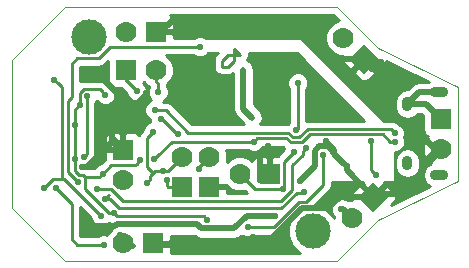
<source format=gbl>
G04 #@! TF.FileFunction,Copper,L2,Bot,Signal*
%FSLAX46Y46*%
G04 Gerber Fmt 4.6, Leading zero omitted, Abs format (unit mm)*
G04 Created by KiCad (PCBNEW 4.0.4+e1-6308~48~ubuntu16.04.1-stable) date Tue Sep 13 21:39:42 2016*
%MOMM*%
%LPD*%
G01*
G04 APERTURE LIST*
%ADD10C,0.150000*%
%ADD11C,0.100000*%
%ADD12C,3.000000*%
%ADD13O,1.560000X0.900000*%
%ADD14O,0.850000X1.250000*%
%ADD15R,1.778000X1.778000*%
%ADD16C,1.778000*%
%ADD17C,0.558800*%
%ADD18C,0.228600*%
%ADD19C,0.508000*%
%ADD20C,0.254000*%
G04 APERTURE END LIST*
D10*
D11*
X72944000Y-70676000D02*
X49944000Y-70676000D01*
X72944000Y-49176000D02*
X49944000Y-49176000D01*
X49944000Y-70676000D02*
X45444000Y-66176000D01*
X45444000Y-53676000D02*
X49944000Y-49176000D01*
X83194000Y-63926000D02*
X76444000Y-67176000D01*
X83194000Y-55926000D02*
X83194000Y-63926000D01*
X76444000Y-52676000D02*
X83194000Y-55926000D01*
X45444000Y-53676000D02*
X45444000Y-66176000D01*
X72944000Y-49176000D02*
X76444000Y-52676000D01*
X72944000Y-70676000D02*
X76444000Y-67176000D01*
D12*
X51944000Y-51676000D03*
X70944000Y-68176000D03*
D13*
X81640680Y-56403360D03*
X81640680Y-63403360D03*
D14*
X78940680Y-57403360D03*
X78940680Y-62403360D03*
D15*
X57391300Y-69189600D03*
D16*
X54851300Y-69189600D03*
D10*
G36*
X76541702Y-53582706D02*
X75284466Y-54839942D01*
X74027230Y-53582706D01*
X75284466Y-52325470D01*
X76541702Y-53582706D01*
X76541702Y-53582706D01*
G37*
D16*
X73488414Y-51786654D03*
D10*
G36*
X76056626Y-63978718D02*
X77313862Y-65235954D01*
X76056626Y-66493190D01*
X74799390Y-65235954D01*
X76056626Y-63978718D01*
X76056626Y-63978718D01*
G37*
D16*
X74260574Y-67032006D03*
D15*
X57617360Y-51280060D03*
D16*
X55077360Y-51280060D03*
D15*
X81780380Y-58661300D03*
D16*
X81780380Y-61201300D03*
D15*
X59822080Y-64432180D03*
D16*
X59822080Y-61892180D03*
D15*
X62181740Y-64391540D03*
D16*
X62181740Y-61851540D03*
D15*
X55123080Y-54503320D03*
D16*
X57663080Y-54503320D03*
D15*
X67276980Y-63279020D03*
D16*
X64736980Y-63279020D03*
D15*
X54823360Y-61244481D03*
D16*
X54823360Y-63784481D03*
D17*
X71653400Y-55938420D03*
X67695649Y-66837100D03*
X62181740Y-64391540D03*
X60610371Y-54907909D03*
X64494788Y-58643541D03*
X67149866Y-60955200D03*
X52562760Y-54531260D03*
X51894740Y-67724020D03*
X66479420Y-63774420D03*
X63358619Y-57749783D03*
X51391820Y-62755780D03*
X53929280Y-59700160D03*
X56837580Y-56451500D03*
X59339131Y-57061637D03*
X61239400Y-57764680D03*
X58216000Y-63023941D03*
X57421213Y-59752831D03*
X56896000Y-64030860D03*
X58597810Y-63850094D03*
X68428562Y-64592737D03*
X64700571Y-62959594D03*
X69311520Y-61440060D03*
X69812466Y-63913535D03*
X76710959Y-53832341D03*
X57883447Y-69300505D03*
X73785411Y-62642982D03*
X72038840Y-60552577D03*
X77355700Y-58707020D03*
X65872360Y-68640960D03*
X68308220Y-50667920D03*
X57619900Y-50772060D03*
X56314709Y-62144507D03*
X50787985Y-62074283D03*
X50819226Y-59198679D03*
X54087418Y-66637558D03*
X61964438Y-67174566D03*
X53142167Y-63273936D03*
X53373442Y-56584687D03*
X51199433Y-57443514D03*
X55185460Y-50794920D03*
X57507918Y-62019152D03*
X65930780Y-60558662D03*
X77859085Y-60558662D03*
X57552255Y-57894778D03*
X77853540Y-59801760D03*
X49044598Y-55359178D03*
X48148240Y-64495680D03*
X53025040Y-66862960D03*
X55179280Y-63616840D03*
X51073762Y-64015939D03*
X61357521Y-52534820D03*
X70340803Y-61104056D03*
X69518828Y-59616632D03*
X69650288Y-55596468D03*
X52664322Y-64620140D03*
X70191022Y-64857594D03*
X53375560Y-65423116D03*
X59475648Y-59938920D03*
X58044080Y-58653680D03*
X61297820Y-62898020D03*
X51571734Y-61852079D03*
X51806493Y-56727234D03*
X76282658Y-63395583D03*
X75835567Y-60545959D03*
X54619033Y-68492158D03*
X73530460Y-52019200D03*
X73322571Y-66230011D03*
X53279040Y-69311520D03*
X49152154Y-64482728D03*
X71812389Y-61695965D03*
X65478660Y-67792600D03*
X57850539Y-56367691D03*
X56006989Y-56253436D03*
D18*
X64795400Y-53192680D02*
X64287400Y-52684680D01*
X63779400Y-53192680D02*
X64795400Y-53192680D01*
X63271400Y-53700680D02*
X63779400Y-53192680D01*
X63271400Y-54208680D02*
X63271400Y-53700680D01*
X63779400Y-54208680D02*
X63271400Y-54208680D01*
X64287400Y-53700680D02*
X63779400Y-54208680D01*
X64287400Y-52684680D02*
X64287400Y-53700680D01*
D19*
X65049400Y-54462680D02*
X65049400Y-57764680D01*
X65049400Y-57764680D02*
X65811400Y-58526680D01*
X71399400Y-55986680D02*
X71605140Y-55986680D01*
X71605140Y-55986680D02*
X71653400Y-55938420D01*
X51894740Y-67724020D02*
X54185852Y-67724020D01*
X67300518Y-66837100D02*
X67695649Y-66837100D01*
X65343990Y-66837100D02*
X67300518Y-66837100D01*
X54185852Y-67724020D02*
X54389077Y-67520795D01*
X64269923Y-67911167D02*
X65343990Y-66837100D01*
X61497642Y-67911167D02*
X64269923Y-67911167D01*
X54389077Y-67520795D02*
X61107270Y-67520795D01*
X61107270Y-67520795D02*
X61497642Y-67911167D01*
X51786951Y-62755780D02*
X51391820Y-62755780D01*
X53929280Y-60299600D02*
X53929280Y-60613451D01*
X53929280Y-60613451D02*
X51786951Y-62755780D01*
X53929280Y-59700160D02*
X53929280Y-60299600D01*
X54823360Y-61244481D02*
X54823360Y-61193680D01*
X54823360Y-61193680D02*
X53929280Y-60299600D01*
X59339131Y-57061637D02*
X60610371Y-55790397D01*
X60610371Y-55303040D02*
X60610371Y-54907909D01*
X60610371Y-55790397D02*
X60610371Y-55303040D01*
X66479420Y-63774420D02*
X66781580Y-63774420D01*
X66781580Y-63774420D02*
X67276980Y-63279020D01*
X63358619Y-57749783D02*
X64252377Y-58643541D01*
X66479420Y-61625646D02*
X66870467Y-61234599D01*
X66479420Y-63774420D02*
X66479420Y-61625646D01*
X64252377Y-58643541D02*
X64494788Y-58643541D01*
X66870467Y-61234599D02*
X67149866Y-60955200D01*
X54330600Y-56464200D02*
X52562760Y-54696360D01*
X52562760Y-54696360D02*
X52562760Y-54531260D01*
X54330600Y-57240840D02*
X54330600Y-56464200D01*
X53929280Y-59700160D02*
X53929280Y-57642160D01*
X53929280Y-57642160D02*
X54330600Y-57240840D01*
X53929280Y-59458907D02*
X56768990Y-56619197D01*
X56768990Y-56619197D02*
X56768990Y-56520090D01*
X56768990Y-56520090D02*
X56837580Y-56451500D01*
X59734262Y-57061637D02*
X59339131Y-57061637D01*
X60002957Y-57061637D02*
X59734262Y-57061637D01*
X61239400Y-57764680D02*
X60002957Y-57061637D01*
X78940680Y-57403360D02*
X79940680Y-56403360D01*
X79940680Y-56403360D02*
X81640680Y-56403360D01*
X81780380Y-58661300D02*
X80522440Y-57403360D01*
X80522440Y-57403360D02*
X78940680Y-57403360D01*
D18*
X57427948Y-63196614D02*
X57600621Y-63023941D01*
X57427948Y-63196614D02*
X56916088Y-62684754D01*
X56916088Y-60257956D02*
X57141814Y-60032230D01*
X58690319Y-63023941D02*
X58611131Y-63023941D01*
X56916088Y-62684754D02*
X56916088Y-60257956D01*
X57820869Y-63023941D02*
X58216000Y-63023941D01*
X59822080Y-61892180D02*
X58690319Y-63023941D01*
X57141814Y-60032230D02*
X57421213Y-59752831D01*
X58611131Y-63023941D02*
X58216000Y-63023941D01*
X57600621Y-63023941D02*
X57820869Y-63023941D01*
X56896000Y-64030860D02*
X57175399Y-63751461D01*
X57175399Y-63751461D02*
X57175399Y-63449163D01*
X57175399Y-63449163D02*
X57427948Y-63196614D01*
X58597810Y-64245225D02*
X58597810Y-63850094D01*
X58597810Y-64325510D02*
X58597810Y-64245225D01*
X59822080Y-64432180D02*
X58704480Y-64432180D01*
X58704480Y-64432180D02*
X58597810Y-64325510D01*
X68486368Y-64534931D02*
X68428562Y-64592737D01*
X69311520Y-61440060D02*
X68486368Y-62265212D01*
X68033431Y-64592737D02*
X68428562Y-64592737D01*
X68486368Y-62265212D02*
X68486368Y-64534931D01*
X64736980Y-63279020D02*
X66050697Y-64592737D01*
X66050697Y-64592737D02*
X68033431Y-64592737D01*
D19*
X70091865Y-63634136D02*
X69812466Y-63913535D01*
X71088487Y-61348491D02*
X71088488Y-62637513D01*
X72748098Y-61503560D02*
X72216601Y-60972063D01*
X71088488Y-62637513D02*
X70091865Y-63634136D01*
X71464915Y-60972063D02*
X71088487Y-61348491D01*
X72216601Y-60972063D02*
X71464915Y-60972063D01*
X57619900Y-50772060D02*
X57619900Y-51277520D01*
X57619900Y-51277520D02*
X57617360Y-51280060D01*
X76710959Y-53832341D02*
X75534101Y-53832341D01*
X75534101Y-53832341D02*
X75284466Y-53582706D01*
X65576882Y-69300505D02*
X66922837Y-69300505D01*
X66922837Y-69300505D02*
X70004543Y-66218799D01*
X70004543Y-66218799D02*
X72243613Y-66218799D01*
X72243613Y-66218799D02*
X73226458Y-65235954D01*
X73226458Y-65235954D02*
X76056626Y-65235954D01*
X57883447Y-69300505D02*
X65576882Y-69300505D01*
X65576882Y-69300505D02*
X65576882Y-68936438D01*
X65576882Y-68936438D02*
X65872360Y-68640960D01*
X73506012Y-62363583D02*
X73785411Y-62642982D01*
X72748098Y-61503560D02*
X72748098Y-61605669D01*
X72748098Y-61605669D02*
X73506012Y-62363583D01*
X76056626Y-65235954D02*
X73785411Y-62964739D01*
X73785411Y-62964739D02*
X73785411Y-62642982D01*
X72318239Y-60831976D02*
X72038840Y-60552577D01*
X72748098Y-61503560D02*
X72748098Y-61261835D01*
X72748098Y-61261835D02*
X72318239Y-60831976D01*
X78496160Y-59192160D02*
X77624940Y-58320940D01*
X77624940Y-58320940D02*
X77358240Y-58054240D01*
X77355700Y-58707020D02*
X77635099Y-58427621D01*
X77635099Y-58331099D02*
X77624940Y-58320940D01*
X77635099Y-58427621D02*
X77635099Y-58331099D01*
X57619900Y-50772060D02*
X58597800Y-50772060D01*
X59066262Y-50303598D02*
X69465358Y-50303598D01*
X58597800Y-50772060D02*
X59066262Y-50303598D01*
X69465358Y-50303598D02*
X69504560Y-50342800D01*
X69504560Y-50342800D02*
X72744466Y-53582706D01*
X68308220Y-50667920D02*
X68587619Y-50388521D01*
X68587619Y-50388521D02*
X69458839Y-50388521D01*
X69458839Y-50388521D02*
X69504560Y-50342800D01*
X72744466Y-53582706D02*
X75284466Y-53582706D01*
X75895200Y-54193440D02*
X75895200Y-54381736D01*
X75895200Y-54381736D02*
X75839488Y-54437448D01*
X75895200Y-54193440D02*
X75284466Y-53582706D01*
X75895200Y-54193440D02*
X76829920Y-54193440D01*
X79268320Y-59192160D02*
X78496160Y-59192160D01*
X77358240Y-58054240D02*
X77358240Y-54721760D01*
X77358240Y-54721760D02*
X76829920Y-54193440D01*
X79268320Y-59192160D02*
X81277460Y-61201300D01*
X75895200Y-54193440D02*
X75284466Y-53582706D01*
X75699788Y-65257512D02*
X75721346Y-65235954D01*
X75721346Y-65235954D02*
X76056626Y-65235954D01*
X76288900Y-65003680D02*
X78699360Y-65003680D01*
X80182720Y-63520320D02*
X78699360Y-65003680D01*
X80182720Y-62524640D02*
X80182720Y-63520320D01*
X80182720Y-62524640D02*
X81506060Y-61201300D01*
X76288900Y-65003680D02*
X76056626Y-65235954D01*
X81780380Y-61201300D02*
X81277460Y-61201300D01*
X81780380Y-61201300D02*
X81506060Y-61201300D01*
D18*
X56035310Y-62423906D02*
X56314709Y-62144507D01*
X55876156Y-62583060D02*
X56035310Y-62423906D01*
X53833043Y-62583060D02*
X55876156Y-62583060D01*
X53142167Y-63273936D02*
X53833043Y-62583060D01*
X54345027Y-66895167D02*
X54093620Y-66643760D01*
X61964438Y-67174566D02*
X61685039Y-66895167D01*
X54093620Y-66643760D02*
X54087418Y-66637558D01*
X61685039Y-66895167D02*
X54345027Y-66895167D01*
X51665583Y-64610854D02*
X53692287Y-66637558D01*
X51630580Y-63553335D02*
X51665583Y-63588338D01*
X51665583Y-63588338D02*
X51665583Y-64610854D01*
X53692287Y-66637558D02*
X54087418Y-66637558D01*
X51630580Y-63553335D02*
X51440066Y-63362821D01*
X50787985Y-63021493D02*
X50787985Y-62469414D01*
X50787985Y-62469414D02*
X50787985Y-62074283D01*
X50819226Y-62043042D02*
X50787985Y-62074283D01*
X51440066Y-63362821D02*
X51129313Y-63362821D01*
X50819226Y-59198679D02*
X50819226Y-62043042D01*
X51129313Y-63362821D02*
X50787985Y-63021493D01*
X50819226Y-58803548D02*
X50819226Y-59198679D01*
X50819226Y-57823721D02*
X50819226Y-58803548D01*
X51199433Y-57443514D02*
X50819226Y-57823721D01*
X52862768Y-63553335D02*
X53142167Y-63273936D01*
X51630580Y-63553335D02*
X52862768Y-63553335D01*
X53094043Y-56305288D02*
X53373442Y-56584687D01*
X52924167Y-56135412D02*
X53094043Y-56305288D01*
X51522417Y-56135412D02*
X52924167Y-56135412D01*
X51199433Y-56458396D02*
X51522417Y-56135412D01*
X51199433Y-57443514D02*
X51199433Y-56458396D01*
D19*
X55185460Y-50794920D02*
X55185460Y-51171960D01*
X55185460Y-51171960D02*
X55077360Y-51280060D01*
X55185460Y-50794920D02*
X55102760Y-50794920D01*
X55102760Y-50794920D02*
X55079900Y-50772060D01*
D18*
X57787317Y-61739753D02*
X57507918Y-62019152D01*
X58968408Y-60558662D02*
X57787317Y-61739753D01*
X65930780Y-60558662D02*
X58968408Y-60558662D01*
X65930780Y-60558662D02*
X66210179Y-60279263D01*
X70659171Y-59955675D02*
X75549955Y-59955675D01*
X68702073Y-60279263D02*
X69057995Y-60635185D01*
X69057995Y-60635185D02*
X69979661Y-60635185D01*
X75549955Y-59955675D02*
X75551492Y-59954138D01*
X66210179Y-60279263D02*
X68702073Y-60279263D01*
X77463954Y-60558662D02*
X77859085Y-60558662D01*
X69979661Y-60635185D02*
X70659171Y-59955675D01*
X75551492Y-59954138D02*
X76859430Y-59954138D01*
X76859430Y-59954138D02*
X77463954Y-60558662D01*
X77574141Y-59522361D02*
X70488997Y-59522361D01*
X69802904Y-60208454D02*
X69252899Y-60208454D01*
X57947386Y-57894778D02*
X57552255Y-57894778D01*
X58464884Y-57894778D02*
X57947386Y-57894778D01*
X60371866Y-59801760D02*
X58464884Y-57894778D01*
X68846205Y-59801760D02*
X60371866Y-59801760D01*
X69252899Y-60208454D02*
X68846205Y-59801760D01*
X70488997Y-59522361D02*
X69802904Y-60208454D01*
X77853540Y-59801760D02*
X77574141Y-59522361D01*
X49662080Y-55976660D02*
X49323997Y-55638577D01*
X49662080Y-63738760D02*
X49662080Y-55976660D01*
X49323997Y-55638577D02*
X49044598Y-55359178D01*
X49900840Y-63738760D02*
X49662080Y-63738760D01*
X49662080Y-63738760D02*
X48905160Y-63738760D01*
X48905160Y-63738760D02*
X48148240Y-64495680D01*
X53025040Y-66862960D02*
X49900840Y-63738760D01*
X53767564Y-52534820D02*
X52789664Y-53512720D01*
X50794363Y-63736540D02*
X51073762Y-64015939D01*
X52789664Y-53512720D02*
X51003200Y-53512720D01*
X50195701Y-57124614D02*
X50195701Y-63137878D01*
X50195701Y-63137878D02*
X50794363Y-63736540D01*
X50530513Y-56789802D02*
X50195701Y-57124614D01*
X50530513Y-53985407D02*
X50530513Y-56789802D01*
X61357521Y-52534820D02*
X53767564Y-52534820D01*
X51003200Y-53512720D02*
X50530513Y-53985407D01*
X52664322Y-64620140D02*
X53880915Y-64620140D01*
X54894376Y-65633601D02*
X68225891Y-65633601D01*
X53880915Y-64620140D02*
X54894376Y-65633601D01*
X68225891Y-65633601D02*
X69193803Y-64665689D01*
X69193803Y-64665689D02*
X69193803Y-62586407D01*
X69193803Y-62586407D02*
X70061404Y-61718806D01*
X70061404Y-61718806D02*
X70061404Y-61383455D01*
X70061404Y-61383455D02*
X70340803Y-61104056D01*
X69650288Y-59485172D02*
X69518828Y-59616632D01*
X69650288Y-55596468D02*
X69650288Y-59485172D01*
X53375560Y-65423116D02*
X53770691Y-65423116D01*
X70166847Y-64881769D02*
X70191022Y-64857594D01*
X53770691Y-65423116D02*
X54564604Y-66217029D01*
X69584689Y-64881769D02*
X70166847Y-64881769D01*
X54564604Y-66217029D02*
X68249429Y-66217029D01*
X68249429Y-66217029D02*
X69584689Y-64881769D01*
X53375560Y-65423116D02*
X53702142Y-65096534D01*
X58154848Y-58653680D02*
X59475648Y-59974480D01*
X58044080Y-58653680D02*
X58154848Y-58653680D01*
X61297820Y-62898020D02*
X61297820Y-62735460D01*
X61297820Y-62735460D02*
X62181740Y-61851540D01*
X51806493Y-61617320D02*
X51571734Y-61852079D01*
X51806493Y-56727234D02*
X51806493Y-61617320D01*
X75835567Y-60545959D02*
X75835567Y-62948492D01*
X75835567Y-62948492D02*
X76003259Y-63116184D01*
X76003259Y-63116184D02*
X76282658Y-63395583D01*
D19*
X55685840Y-69418200D02*
X55118000Y-69418200D01*
D18*
X55460900Y-69039740D02*
X55460900Y-69456300D01*
D19*
X73530460Y-52019200D02*
X73488414Y-51977154D01*
X73488414Y-51977154D02*
X73488414Y-51786654D01*
X73322571Y-66230011D02*
X73458579Y-66230011D01*
X73458579Y-66230011D02*
X74260574Y-67032006D01*
D18*
X50530760Y-68834000D02*
X51008280Y-69311520D01*
X51008280Y-69311520D02*
X53279040Y-69311520D01*
X49431553Y-64762127D02*
X49152154Y-64482728D01*
X50530760Y-65861334D02*
X49431553Y-64762127D01*
X50530760Y-68834000D02*
X50530760Y-65861334D01*
X69759576Y-65647288D02*
X70370057Y-65647288D01*
X67614264Y-67792600D02*
X69759576Y-65647288D01*
X71812389Y-62091096D02*
X71812389Y-61695965D01*
X70370057Y-65647288D02*
X71812389Y-64204956D01*
X65478660Y-67792600D02*
X67614264Y-67792600D01*
X71812389Y-64204956D02*
X71812389Y-62091096D01*
X57617360Y-55412640D02*
X57678320Y-55473600D01*
X57678320Y-55473600D02*
X57850539Y-55645819D01*
X57663080Y-54503320D02*
X57663080Y-55458360D01*
X57663080Y-55458360D02*
X57678320Y-55473600D01*
X57850539Y-55645819D02*
X57850539Y-55972560D01*
X57850539Y-55972560D02*
X57850539Y-56367691D01*
X56006989Y-56253436D02*
X55166193Y-55412640D01*
X55166193Y-55412640D02*
X55077360Y-55412640D01*
X55077360Y-55412640D02*
X55077360Y-54549040D01*
X55077360Y-54549040D02*
X55123080Y-54503320D01*
D20*
G36*
X68834767Y-67754534D02*
X68834034Y-68593784D01*
X69154525Y-69369432D01*
X69747447Y-69963389D01*
X69875112Y-70016400D01*
X58915300Y-70016400D01*
X58915300Y-69475350D01*
X58756550Y-69316600D01*
X57518300Y-69316600D01*
X57518300Y-69336600D01*
X57264300Y-69336600D01*
X57264300Y-69316600D01*
X57244300Y-69316600D01*
X57244300Y-69062600D01*
X57264300Y-69062600D01*
X57264300Y-69042600D01*
X57518300Y-69042600D01*
X57518300Y-69062600D01*
X58756550Y-69062600D01*
X58915300Y-68903850D01*
X58915300Y-68559680D01*
X60943639Y-68559680D01*
X61167156Y-68709029D01*
X61221987Y-68719936D01*
X61497642Y-68774767D01*
X64269923Y-68774767D01*
X64600408Y-68709029D01*
X64823925Y-68559680D01*
X65007807Y-68559680D01*
X65301051Y-68681446D01*
X65654717Y-68681754D01*
X65981580Y-68546697D01*
X66011830Y-68516500D01*
X67614259Y-68516500D01*
X67614264Y-68516501D01*
X67845327Y-68470539D01*
X67891289Y-68461396D01*
X68126139Y-68304475D01*
X68947450Y-67483164D01*
X68834767Y-67754534D01*
X68834767Y-67754534D01*
G37*
X68834767Y-67754534D02*
X68834034Y-68593784D01*
X69154525Y-69369432D01*
X69747447Y-69963389D01*
X69875112Y-70016400D01*
X58915300Y-70016400D01*
X58915300Y-69475350D01*
X58756550Y-69316600D01*
X57518300Y-69316600D01*
X57518300Y-69336600D01*
X57264300Y-69336600D01*
X57264300Y-69316600D01*
X57244300Y-69316600D01*
X57244300Y-69062600D01*
X57264300Y-69062600D01*
X57264300Y-69042600D01*
X57518300Y-69042600D01*
X57518300Y-69062600D01*
X58756550Y-69062600D01*
X58915300Y-68903850D01*
X58915300Y-68559680D01*
X60943639Y-68559680D01*
X61167156Y-68709029D01*
X61221987Y-68719936D01*
X61497642Y-68774767D01*
X64269923Y-68774767D01*
X64600408Y-68709029D01*
X64823925Y-68559680D01*
X65007807Y-68559680D01*
X65301051Y-68681446D01*
X65654717Y-68681754D01*
X65981580Y-68546697D01*
X66011830Y-68516500D01*
X67614259Y-68516500D01*
X67614264Y-68516501D01*
X67845327Y-68470539D01*
X67891289Y-68461396D01*
X68126139Y-68304475D01*
X68947450Y-67483164D01*
X68834767Y-67754534D01*
G36*
X73143052Y-50307868D02*
X72640634Y-50515462D01*
X72218704Y-50936657D01*
X71990075Y-51487256D01*
X71989555Y-52083436D01*
X72217222Y-52634434D01*
X72638417Y-53056364D01*
X73189016Y-53284993D01*
X73463129Y-53285232D01*
X73392230Y-53456397D01*
X73392231Y-53709016D01*
X73488903Y-53942405D01*
X74004780Y-54458281D01*
X74229286Y-54458281D01*
X75104861Y-53582706D01*
X75090719Y-53568564D01*
X75270324Y-53388959D01*
X75284466Y-53403101D01*
X75298609Y-53388959D01*
X75478214Y-53568564D01*
X75464071Y-53582706D01*
X76339646Y-54458281D01*
X76564152Y-54458281D01*
X76901401Y-54121033D01*
X77080029Y-53942404D01*
X77158799Y-53752237D01*
X80774866Y-55493306D01*
X80705342Y-55539760D01*
X79940680Y-55539760D01*
X79610195Y-55605498D01*
X79330023Y-55792702D01*
X78971935Y-56150790D01*
X78940680Y-56144573D01*
X78544756Y-56223327D01*
X78209107Y-56447600D01*
X77984834Y-56783249D01*
X77906080Y-57179173D01*
X77906080Y-57627547D01*
X77984834Y-58023471D01*
X78209107Y-58359120D01*
X78544756Y-58583393D01*
X78940680Y-58662147D01*
X79336604Y-58583393D01*
X79672253Y-58359120D01*
X79733832Y-58266960D01*
X80164726Y-58266960D01*
X80269838Y-58372072D01*
X80269838Y-59550300D01*
X80312345Y-59776204D01*
X80445854Y-59983683D01*
X80649565Y-60122873D01*
X80662267Y-60125445D01*
X80593592Y-60194120D01*
X80708182Y-60308710D01*
X80452841Y-60393767D01*
X80244864Y-60963265D01*
X80270657Y-61569000D01*
X80452841Y-62008833D01*
X80708184Y-62093891D01*
X81600775Y-61201300D01*
X81586633Y-61187158D01*
X81766238Y-61007553D01*
X81780380Y-61021695D01*
X81794523Y-61007553D01*
X81974128Y-61187158D01*
X81959985Y-61201300D01*
X81974128Y-61215443D01*
X81794523Y-61395048D01*
X81780380Y-61380905D01*
X80887789Y-62273496D01*
X80934328Y-62413206D01*
X80877965Y-62424417D01*
X80534206Y-62654110D01*
X80304513Y-62997869D01*
X80223856Y-63403360D01*
X80304513Y-63808851D01*
X80534206Y-64152610D01*
X80814251Y-64339731D01*
X77523838Y-65924004D01*
X77852189Y-65595653D01*
X77948861Y-65362264D01*
X77948862Y-65109645D01*
X77852189Y-64876256D01*
X77673561Y-64697627D01*
X77336312Y-64360379D01*
X77111806Y-64360379D01*
X76236231Y-65235954D01*
X76250374Y-65250097D01*
X76070769Y-65429702D01*
X76056626Y-65415559D01*
X76042484Y-65429702D01*
X75862879Y-65250097D01*
X75877021Y-65235954D01*
X75001446Y-64360379D01*
X74776940Y-64360379D01*
X74261063Y-64876255D01*
X74164391Y-65109644D01*
X74164390Y-65362263D01*
X74235271Y-65533384D01*
X73963792Y-65533147D01*
X73949226Y-65539166D01*
X73789064Y-65432149D01*
X73655137Y-65405509D01*
X73500180Y-65341165D01*
X73146514Y-65340857D01*
X72819651Y-65475914D01*
X72569353Y-65725775D01*
X72433725Y-66052402D01*
X72433417Y-66406068D01*
X72568474Y-66732931D01*
X72762066Y-66926861D01*
X72761957Y-67051499D01*
X72733475Y-66982568D01*
X72140553Y-66388611D01*
X71365466Y-66066767D01*
X70974669Y-66066426D01*
X72324261Y-64716833D01*
X72324264Y-64716831D01*
X72481185Y-64481981D01*
X72536289Y-64204956D01*
X72536289Y-63987680D01*
X75181051Y-63987680D01*
X75181051Y-64180774D01*
X76056626Y-65056349D01*
X76932201Y-64180774D01*
X76932201Y-64003313D01*
X76947861Y-63987680D01*
X77749400Y-63987680D01*
X77798810Y-63977674D01*
X77840435Y-63949233D01*
X77867715Y-63906839D01*
X77876400Y-63860680D01*
X77876400Y-62179173D01*
X77906080Y-62179173D01*
X77906080Y-62627547D01*
X77984834Y-63023471D01*
X78209107Y-63359120D01*
X78544756Y-63583393D01*
X78940680Y-63662147D01*
X79336604Y-63583393D01*
X79672253Y-63359120D01*
X79896526Y-63023471D01*
X79975280Y-62627547D01*
X79975280Y-62179173D01*
X79896526Y-61783249D01*
X79672253Y-61447600D01*
X79336604Y-61223327D01*
X78940680Y-61144573D01*
X78544756Y-61223327D01*
X78209107Y-61447600D01*
X77984834Y-61783249D01*
X77906080Y-62179173D01*
X77876400Y-62179173D01*
X77876400Y-61447678D01*
X78035142Y-61447816D01*
X78362005Y-61312759D01*
X78612303Y-61062898D01*
X78747931Y-60736271D01*
X78748239Y-60382605D01*
X78661807Y-60173424D01*
X78742386Y-59979369D01*
X78742694Y-59625703D01*
X78607637Y-59298840D01*
X78357776Y-59048542D01*
X78031149Y-58912914D01*
X77939870Y-58912835D01*
X77851166Y-58853565D01*
X77805204Y-58844422D01*
X77574141Y-58798460D01*
X77574136Y-58798461D01*
X76930787Y-58798461D01*
X72770212Y-54637886D01*
X74408891Y-54637886D01*
X74408891Y-54862392D01*
X74924767Y-55378269D01*
X75158156Y-55474941D01*
X75410775Y-55474942D01*
X75644164Y-55378269D01*
X75822793Y-55199641D01*
X76160041Y-54862392D01*
X76160041Y-54637886D01*
X75284466Y-53762311D01*
X74408891Y-54637886D01*
X72770212Y-54637886D01*
X69965203Y-51832877D01*
X69923189Y-51805014D01*
X69875400Y-51795680D01*
X61875810Y-51795680D01*
X61861757Y-51781602D01*
X61535130Y-51645974D01*
X61181464Y-51645666D01*
X60854601Y-51780723D01*
X60839618Y-51795680D01*
X59141360Y-51795680D01*
X59141360Y-51565810D01*
X58982610Y-51407060D01*
X57744360Y-51407060D01*
X57744360Y-51427060D01*
X57490360Y-51427060D01*
X57490360Y-51407060D01*
X57470360Y-51407060D01*
X57470360Y-51153060D01*
X57490360Y-51153060D01*
X57490360Y-51133060D01*
X57744360Y-51133060D01*
X57744360Y-51153060D01*
X58982610Y-51153060D01*
X59141360Y-50994310D01*
X59141360Y-50264750D01*
X59044687Y-50031361D01*
X58866058Y-49852733D01*
X58824695Y-49835600D01*
X72670784Y-49835600D01*
X73143052Y-50307868D01*
X73143052Y-50307868D01*
G37*
X73143052Y-50307868D02*
X72640634Y-50515462D01*
X72218704Y-50936657D01*
X71990075Y-51487256D01*
X71989555Y-52083436D01*
X72217222Y-52634434D01*
X72638417Y-53056364D01*
X73189016Y-53284993D01*
X73463129Y-53285232D01*
X73392230Y-53456397D01*
X73392231Y-53709016D01*
X73488903Y-53942405D01*
X74004780Y-54458281D01*
X74229286Y-54458281D01*
X75104861Y-53582706D01*
X75090719Y-53568564D01*
X75270324Y-53388959D01*
X75284466Y-53403101D01*
X75298609Y-53388959D01*
X75478214Y-53568564D01*
X75464071Y-53582706D01*
X76339646Y-54458281D01*
X76564152Y-54458281D01*
X76901401Y-54121033D01*
X77080029Y-53942404D01*
X77158799Y-53752237D01*
X80774866Y-55493306D01*
X80705342Y-55539760D01*
X79940680Y-55539760D01*
X79610195Y-55605498D01*
X79330023Y-55792702D01*
X78971935Y-56150790D01*
X78940680Y-56144573D01*
X78544756Y-56223327D01*
X78209107Y-56447600D01*
X77984834Y-56783249D01*
X77906080Y-57179173D01*
X77906080Y-57627547D01*
X77984834Y-58023471D01*
X78209107Y-58359120D01*
X78544756Y-58583393D01*
X78940680Y-58662147D01*
X79336604Y-58583393D01*
X79672253Y-58359120D01*
X79733832Y-58266960D01*
X80164726Y-58266960D01*
X80269838Y-58372072D01*
X80269838Y-59550300D01*
X80312345Y-59776204D01*
X80445854Y-59983683D01*
X80649565Y-60122873D01*
X80662267Y-60125445D01*
X80593592Y-60194120D01*
X80708182Y-60308710D01*
X80452841Y-60393767D01*
X80244864Y-60963265D01*
X80270657Y-61569000D01*
X80452841Y-62008833D01*
X80708184Y-62093891D01*
X81600775Y-61201300D01*
X81586633Y-61187158D01*
X81766238Y-61007553D01*
X81780380Y-61021695D01*
X81794523Y-61007553D01*
X81974128Y-61187158D01*
X81959985Y-61201300D01*
X81974128Y-61215443D01*
X81794523Y-61395048D01*
X81780380Y-61380905D01*
X80887789Y-62273496D01*
X80934328Y-62413206D01*
X80877965Y-62424417D01*
X80534206Y-62654110D01*
X80304513Y-62997869D01*
X80223856Y-63403360D01*
X80304513Y-63808851D01*
X80534206Y-64152610D01*
X80814251Y-64339731D01*
X77523838Y-65924004D01*
X77852189Y-65595653D01*
X77948861Y-65362264D01*
X77948862Y-65109645D01*
X77852189Y-64876256D01*
X77673561Y-64697627D01*
X77336312Y-64360379D01*
X77111806Y-64360379D01*
X76236231Y-65235954D01*
X76250374Y-65250097D01*
X76070769Y-65429702D01*
X76056626Y-65415559D01*
X76042484Y-65429702D01*
X75862879Y-65250097D01*
X75877021Y-65235954D01*
X75001446Y-64360379D01*
X74776940Y-64360379D01*
X74261063Y-64876255D01*
X74164391Y-65109644D01*
X74164390Y-65362263D01*
X74235271Y-65533384D01*
X73963792Y-65533147D01*
X73949226Y-65539166D01*
X73789064Y-65432149D01*
X73655137Y-65405509D01*
X73500180Y-65341165D01*
X73146514Y-65340857D01*
X72819651Y-65475914D01*
X72569353Y-65725775D01*
X72433725Y-66052402D01*
X72433417Y-66406068D01*
X72568474Y-66732931D01*
X72762066Y-66926861D01*
X72761957Y-67051499D01*
X72733475Y-66982568D01*
X72140553Y-66388611D01*
X71365466Y-66066767D01*
X70974669Y-66066426D01*
X72324261Y-64716833D01*
X72324264Y-64716831D01*
X72481185Y-64481981D01*
X72536289Y-64204956D01*
X72536289Y-63987680D01*
X75181051Y-63987680D01*
X75181051Y-64180774D01*
X76056626Y-65056349D01*
X76932201Y-64180774D01*
X76932201Y-64003313D01*
X76947861Y-63987680D01*
X77749400Y-63987680D01*
X77798810Y-63977674D01*
X77840435Y-63949233D01*
X77867715Y-63906839D01*
X77876400Y-63860680D01*
X77876400Y-62179173D01*
X77906080Y-62179173D01*
X77906080Y-62627547D01*
X77984834Y-63023471D01*
X78209107Y-63359120D01*
X78544756Y-63583393D01*
X78940680Y-63662147D01*
X79336604Y-63583393D01*
X79672253Y-63359120D01*
X79896526Y-63023471D01*
X79975280Y-62627547D01*
X79975280Y-62179173D01*
X79896526Y-61783249D01*
X79672253Y-61447600D01*
X79336604Y-61223327D01*
X78940680Y-61144573D01*
X78544756Y-61223327D01*
X78209107Y-61447600D01*
X77984834Y-61783249D01*
X77906080Y-62179173D01*
X77876400Y-62179173D01*
X77876400Y-61447678D01*
X78035142Y-61447816D01*
X78362005Y-61312759D01*
X78612303Y-61062898D01*
X78747931Y-60736271D01*
X78748239Y-60382605D01*
X78661807Y-60173424D01*
X78742386Y-59979369D01*
X78742694Y-59625703D01*
X78607637Y-59298840D01*
X78357776Y-59048542D01*
X78031149Y-58912914D01*
X77939870Y-58912835D01*
X77851166Y-58853565D01*
X77805204Y-58844422D01*
X77574141Y-58798460D01*
X77574136Y-58798461D01*
X76930787Y-58798461D01*
X72770212Y-54637886D01*
X74408891Y-54637886D01*
X74408891Y-54862392D01*
X74924767Y-55378269D01*
X75158156Y-55474941D01*
X75410775Y-55474942D01*
X75644164Y-55378269D01*
X75822793Y-55199641D01*
X76160041Y-54862392D01*
X76160041Y-54637886D01*
X75284466Y-53762311D01*
X74408891Y-54637886D01*
X72770212Y-54637886D01*
X69965203Y-51832877D01*
X69923189Y-51805014D01*
X69875400Y-51795680D01*
X61875810Y-51795680D01*
X61861757Y-51781602D01*
X61535130Y-51645974D01*
X61181464Y-51645666D01*
X60854601Y-51780723D01*
X60839618Y-51795680D01*
X59141360Y-51795680D01*
X59141360Y-51565810D01*
X58982610Y-51407060D01*
X57744360Y-51407060D01*
X57744360Y-51427060D01*
X57490360Y-51427060D01*
X57490360Y-51407060D01*
X57470360Y-51407060D01*
X57470360Y-51153060D01*
X57490360Y-51153060D01*
X57490360Y-51133060D01*
X57744360Y-51133060D01*
X57744360Y-51153060D01*
X58982610Y-51153060D01*
X59141360Y-50994310D01*
X59141360Y-50264750D01*
X59044687Y-50031361D01*
X58866058Y-49852733D01*
X58824695Y-49835600D01*
X72670784Y-49835600D01*
X73143052Y-50307868D01*
G36*
X52135922Y-66997592D02*
X52135886Y-67039017D01*
X52270943Y-67365880D01*
X52520804Y-67616178D01*
X52847431Y-67751806D01*
X53201097Y-67752114D01*
X53527960Y-67617057D01*
X53704269Y-67441056D01*
X53909809Y-67526404D01*
X54011924Y-67526493D01*
X54068002Y-67563963D01*
X54345027Y-67619067D01*
X54404101Y-67619067D01*
X54116113Y-67738061D01*
X53865815Y-67987922D01*
X53817623Y-68103982D01*
X53581590Y-68339603D01*
X53533794Y-68454708D01*
X53456649Y-68422674D01*
X53102983Y-68422366D01*
X52776120Y-68557423D01*
X52745870Y-68587620D01*
X51308129Y-68587620D01*
X51254660Y-68534150D01*
X51254660Y-66116330D01*
X52135922Y-66997592D01*
X52135922Y-66997592D01*
G37*
X52135922Y-66997592D02*
X52135886Y-67039017D01*
X52270943Y-67365880D01*
X52520804Y-67616178D01*
X52847431Y-67751806D01*
X53201097Y-67752114D01*
X53527960Y-67617057D01*
X53704269Y-67441056D01*
X53909809Y-67526404D01*
X54011924Y-67526493D01*
X54068002Y-67563963D01*
X54345027Y-67619067D01*
X54404101Y-67619067D01*
X54116113Y-67738061D01*
X53865815Y-67987922D01*
X53817623Y-68103982D01*
X53581590Y-68339603D01*
X53533794Y-68454708D01*
X53456649Y-68422674D01*
X53102983Y-68422366D01*
X52776120Y-68557423D01*
X52745870Y-68587620D01*
X51308129Y-68587620D01*
X51254660Y-68534150D01*
X51254660Y-66116330D01*
X52135922Y-66997592D01*
G36*
X63886983Y-64548730D02*
X64437582Y-64777359D01*
X65033762Y-64777879D01*
X65159950Y-64725739D01*
X65343912Y-64909701D01*
X63705740Y-64909701D01*
X63705740Y-64677290D01*
X63546990Y-64518540D01*
X62308740Y-64518540D01*
X62308740Y-64538540D01*
X62054740Y-64538540D01*
X62054740Y-64518540D01*
X62034740Y-64518540D01*
X62034740Y-64264540D01*
X62054740Y-64264540D01*
X62054740Y-64244540D01*
X62308740Y-64244540D01*
X62308740Y-64264540D01*
X63546990Y-64264540D01*
X63575164Y-64236366D01*
X63886983Y-64548730D01*
X63886983Y-64548730D01*
G37*
X63886983Y-64548730D02*
X64437582Y-64777359D01*
X65033762Y-64777879D01*
X65159950Y-64725739D01*
X65343912Y-64909701D01*
X63705740Y-64909701D01*
X63705740Y-64677290D01*
X63546990Y-64518540D01*
X62308740Y-64518540D01*
X62308740Y-64538540D01*
X62054740Y-64538540D01*
X62054740Y-64518540D01*
X62034740Y-64518540D01*
X62034740Y-64264540D01*
X62054740Y-64264540D01*
X62054740Y-64244540D01*
X62308740Y-64244540D01*
X62308740Y-64264540D01*
X63546990Y-64264540D01*
X63575164Y-64236366D01*
X63886983Y-64548730D01*
G36*
X68492750Y-61093689D02*
X68422674Y-61262451D01*
X68422637Y-61305194D01*
X67974493Y-61753337D01*
X67973368Y-61755020D01*
X67562730Y-61755020D01*
X67403980Y-61913770D01*
X67403980Y-63152020D01*
X67423980Y-63152020D01*
X67423980Y-63406020D01*
X67403980Y-63406020D01*
X67403980Y-63426020D01*
X67149980Y-63426020D01*
X67149980Y-63406020D01*
X67129980Y-63406020D01*
X67129980Y-63152020D01*
X67149980Y-63152020D01*
X67149980Y-61913770D01*
X66991230Y-61755020D01*
X66261671Y-61755020D01*
X66028282Y-61851693D01*
X65849653Y-62030321D01*
X65778773Y-62201441D01*
X65586977Y-62009310D01*
X65036378Y-61780681D01*
X64440198Y-61780161D01*
X63889200Y-62007828D01*
X63633521Y-62263061D01*
X63680079Y-62150938D01*
X63680599Y-61554758D01*
X63568130Y-61282562D01*
X65397277Y-61282562D01*
X65426544Y-61311880D01*
X65753171Y-61447508D01*
X66106837Y-61447816D01*
X66433700Y-61312759D01*
X66683998Y-61062898D01*
X66708802Y-61003163D01*
X68402224Y-61003163D01*
X68492750Y-61093689D01*
X68492750Y-61093689D01*
G37*
X68492750Y-61093689D02*
X68422674Y-61262451D01*
X68422637Y-61305194D01*
X67974493Y-61753337D01*
X67973368Y-61755020D01*
X67562730Y-61755020D01*
X67403980Y-61913770D01*
X67403980Y-63152020D01*
X67423980Y-63152020D01*
X67423980Y-63406020D01*
X67403980Y-63406020D01*
X67403980Y-63426020D01*
X67149980Y-63426020D01*
X67149980Y-63406020D01*
X67129980Y-63406020D01*
X67129980Y-63152020D01*
X67149980Y-63152020D01*
X67149980Y-61913770D01*
X66991230Y-61755020D01*
X66261671Y-61755020D01*
X66028282Y-61851693D01*
X65849653Y-62030321D01*
X65778773Y-62201441D01*
X65586977Y-62009310D01*
X65036378Y-61780681D01*
X64440198Y-61780161D01*
X63889200Y-62007828D01*
X63633521Y-62263061D01*
X63680079Y-62150938D01*
X63680599Y-61554758D01*
X63568130Y-61282562D01*
X65397277Y-61282562D01*
X65426544Y-61311880D01*
X65753171Y-61447508D01*
X66106837Y-61447816D01*
X66433700Y-61312759D01*
X66683998Y-61062898D01*
X66708802Y-61003163D01*
X68402224Y-61003163D01*
X68492750Y-61093689D01*
G36*
X56813083Y-55773030D02*
X57077679Y-55882900D01*
X57084813Y-55893577D01*
X56961693Y-56190082D01*
X56961385Y-56543748D01*
X57096442Y-56870611D01*
X57273556Y-57048035D01*
X57049335Y-57140681D01*
X56799037Y-57390542D01*
X56663409Y-57717169D01*
X56663101Y-58070835D01*
X56798158Y-58397698D01*
X57048019Y-58647996D01*
X57155046Y-58692438D01*
X57154926Y-58829737D01*
X57180063Y-58890573D01*
X56918293Y-58998734D01*
X56667995Y-59248595D01*
X56532367Y-59575222D01*
X56532330Y-59617965D01*
X56404213Y-59746081D01*
X56247292Y-59980931D01*
X56247292Y-59980932D01*
X56245391Y-59990487D01*
X56072059Y-59817154D01*
X55838670Y-59720481D01*
X55109110Y-59720481D01*
X54950360Y-59879231D01*
X54950360Y-61117481D01*
X54970360Y-61117481D01*
X54970360Y-61371481D01*
X54950360Y-61371481D01*
X54950360Y-61391481D01*
X54696360Y-61391481D01*
X54696360Y-61371481D01*
X53458110Y-61371481D01*
X53299360Y-61530231D01*
X53299360Y-62092994D01*
X53007535Y-62384818D01*
X52966110Y-62384782D01*
X52639247Y-62519839D01*
X52388949Y-62769700D01*
X52364145Y-62829435D01*
X51919747Y-62829435D01*
X51906511Y-62820591D01*
X51772477Y-62731033D01*
X52074654Y-62606176D01*
X52324952Y-62356315D01*
X52460580Y-62029688D01*
X52460679Y-61916211D01*
X52475289Y-61894345D01*
X52530393Y-61617320D01*
X52530393Y-60229172D01*
X53299360Y-60229172D01*
X53299360Y-60958731D01*
X53458110Y-61117481D01*
X54696360Y-61117481D01*
X54696360Y-59879231D01*
X54537610Y-59720481D01*
X53808050Y-59720481D01*
X53574661Y-59817154D01*
X53396033Y-59995783D01*
X53299360Y-60229172D01*
X52530393Y-60229172D01*
X52530393Y-57260737D01*
X52559711Y-57231470D01*
X52619418Y-57087680D01*
X52869206Y-57337905D01*
X53195833Y-57473533D01*
X53549499Y-57473841D01*
X53876362Y-57338784D01*
X54126660Y-57088923D01*
X54262288Y-56762296D01*
X54262596Y-56408630D01*
X54127539Y-56081767D01*
X54015583Y-55969615D01*
X54234080Y-56013862D01*
X54699203Y-56013862D01*
X54800335Y-56081436D01*
X54813947Y-56084144D01*
X55117871Y-56388068D01*
X55117835Y-56429493D01*
X55252892Y-56756356D01*
X55502753Y-57006654D01*
X55829380Y-57142282D01*
X56183046Y-57142590D01*
X56509909Y-57007533D01*
X56760207Y-56757672D01*
X56895835Y-56431045D01*
X56896143Y-56077379D01*
X56761086Y-55750516D01*
X56594815Y-55583954D01*
X56599794Y-55559368D01*
X56813083Y-55773030D01*
X56813083Y-55773030D01*
G37*
X56813083Y-55773030D02*
X57077679Y-55882900D01*
X57084813Y-55893577D01*
X56961693Y-56190082D01*
X56961385Y-56543748D01*
X57096442Y-56870611D01*
X57273556Y-57048035D01*
X57049335Y-57140681D01*
X56799037Y-57390542D01*
X56663409Y-57717169D01*
X56663101Y-58070835D01*
X56798158Y-58397698D01*
X57048019Y-58647996D01*
X57155046Y-58692438D01*
X57154926Y-58829737D01*
X57180063Y-58890573D01*
X56918293Y-58998734D01*
X56667995Y-59248595D01*
X56532367Y-59575222D01*
X56532330Y-59617965D01*
X56404213Y-59746081D01*
X56247292Y-59980931D01*
X56247292Y-59980932D01*
X56245391Y-59990487D01*
X56072059Y-59817154D01*
X55838670Y-59720481D01*
X55109110Y-59720481D01*
X54950360Y-59879231D01*
X54950360Y-61117481D01*
X54970360Y-61117481D01*
X54970360Y-61371481D01*
X54950360Y-61371481D01*
X54950360Y-61391481D01*
X54696360Y-61391481D01*
X54696360Y-61371481D01*
X53458110Y-61371481D01*
X53299360Y-61530231D01*
X53299360Y-62092994D01*
X53007535Y-62384818D01*
X52966110Y-62384782D01*
X52639247Y-62519839D01*
X52388949Y-62769700D01*
X52364145Y-62829435D01*
X51919747Y-62829435D01*
X51906511Y-62820591D01*
X51772477Y-62731033D01*
X52074654Y-62606176D01*
X52324952Y-62356315D01*
X52460580Y-62029688D01*
X52460679Y-61916211D01*
X52475289Y-61894345D01*
X52530393Y-61617320D01*
X52530393Y-60229172D01*
X53299360Y-60229172D01*
X53299360Y-60958731D01*
X53458110Y-61117481D01*
X54696360Y-61117481D01*
X54696360Y-59879231D01*
X54537610Y-59720481D01*
X53808050Y-59720481D01*
X53574661Y-59817154D01*
X53396033Y-59995783D01*
X53299360Y-60229172D01*
X52530393Y-60229172D01*
X52530393Y-57260737D01*
X52559711Y-57231470D01*
X52619418Y-57087680D01*
X52869206Y-57337905D01*
X53195833Y-57473533D01*
X53549499Y-57473841D01*
X53876362Y-57338784D01*
X54126660Y-57088923D01*
X54262288Y-56762296D01*
X54262596Y-56408630D01*
X54127539Y-56081767D01*
X54015583Y-55969615D01*
X54234080Y-56013862D01*
X54699203Y-56013862D01*
X54800335Y-56081436D01*
X54813947Y-56084144D01*
X55117871Y-56388068D01*
X55117835Y-56429493D01*
X55252892Y-56756356D01*
X55502753Y-57006654D01*
X55829380Y-57142282D01*
X56183046Y-57142590D01*
X56509909Y-57007533D01*
X56760207Y-56757672D01*
X56895835Y-56431045D01*
X56896143Y-56077379D01*
X56761086Y-55750516D01*
X56594815Y-55583954D01*
X56599794Y-55559368D01*
X56813083Y-55773030D01*
G36*
X75301575Y-58798461D02*
X70489002Y-58798461D01*
X70488997Y-58798460D01*
X70374188Y-58821298D01*
X70374188Y-56129971D01*
X70403506Y-56100704D01*
X70539134Y-55774077D01*
X70539442Y-55420411D01*
X70404385Y-55093548D01*
X70154524Y-54843250D01*
X69827897Y-54707622D01*
X69474231Y-54707314D01*
X69147368Y-54842371D01*
X68897070Y-55092232D01*
X68761442Y-55418859D01*
X68761134Y-55772525D01*
X68896191Y-56099388D01*
X68926388Y-56129638D01*
X68926388Y-58951899D01*
X68800206Y-59077860D01*
X66461800Y-59077860D01*
X66609262Y-58857166D01*
X66675000Y-58526680D01*
X66609262Y-58196195D01*
X66422058Y-57916023D01*
X65913000Y-57406966D01*
X65913000Y-54462680D01*
X65847262Y-54132195D01*
X65660057Y-53852023D01*
X65379885Y-53664818D01*
X65339230Y-53656731D01*
X65464196Y-53469705D01*
X65519300Y-53192680D01*
X65494038Y-53065680D01*
X69568794Y-53065680D01*
X75301575Y-58798461D01*
X75301575Y-58798461D01*
G37*
X75301575Y-58798461D02*
X70489002Y-58798461D01*
X70488997Y-58798460D01*
X70374188Y-58821298D01*
X70374188Y-56129971D01*
X70403506Y-56100704D01*
X70539134Y-55774077D01*
X70539442Y-55420411D01*
X70404385Y-55093548D01*
X70154524Y-54843250D01*
X69827897Y-54707622D01*
X69474231Y-54707314D01*
X69147368Y-54842371D01*
X68897070Y-55092232D01*
X68761442Y-55418859D01*
X68761134Y-55772525D01*
X68896191Y-56099388D01*
X68926388Y-56129638D01*
X68926388Y-58951899D01*
X68800206Y-59077860D01*
X66461800Y-59077860D01*
X66609262Y-58857166D01*
X66675000Y-58526680D01*
X66609262Y-58196195D01*
X66422058Y-57916023D01*
X65913000Y-57406966D01*
X65913000Y-54462680D01*
X65847262Y-54132195D01*
X65660057Y-53852023D01*
X65379885Y-53664818D01*
X65339230Y-53656731D01*
X65464196Y-53469705D01*
X65519300Y-53192680D01*
X65494038Y-53065680D01*
X69568794Y-53065680D01*
X75301575Y-58798461D01*
G36*
X62759525Y-53188805D02*
X62602604Y-53423655D01*
X62602604Y-53423656D01*
X62547499Y-53700680D01*
X62547500Y-53700685D01*
X62547500Y-54208680D01*
X62602604Y-54485705D01*
X62759525Y-54720555D01*
X62994375Y-54877476D01*
X63271400Y-54932580D01*
X63779395Y-54932580D01*
X63779400Y-54932581D01*
X64010463Y-54886619D01*
X64056425Y-54877476D01*
X64185800Y-54791031D01*
X64185800Y-57764680D01*
X64251538Y-58095165D01*
X64438743Y-58375337D01*
X65141265Y-59077860D01*
X60671715Y-59077860D01*
X58976759Y-57382903D01*
X58855195Y-57301677D01*
X58741909Y-57225982D01*
X58695947Y-57216839D01*
X58464884Y-57170877D01*
X58464879Y-57170878D01*
X58234652Y-57170878D01*
X58353459Y-57121788D01*
X58603757Y-56871927D01*
X58739385Y-56545300D01*
X58739693Y-56191634D01*
X58604636Y-55864771D01*
X58574439Y-55834521D01*
X58574439Y-55711044D01*
X58932790Y-55353317D01*
X59161419Y-54802718D01*
X59161939Y-54206538D01*
X58934272Y-53655540D01*
X58538143Y-53258720D01*
X60824018Y-53258720D01*
X60853285Y-53288038D01*
X61179912Y-53423666D01*
X61533578Y-53423974D01*
X61860441Y-53288917D01*
X62084068Y-53065680D01*
X62882650Y-53065680D01*
X62759525Y-53188805D01*
X62759525Y-53188805D01*
G37*
X62759525Y-53188805D02*
X62602604Y-53423655D01*
X62602604Y-53423656D01*
X62547499Y-53700680D01*
X62547500Y-53700685D01*
X62547500Y-54208680D01*
X62602604Y-54485705D01*
X62759525Y-54720555D01*
X62994375Y-54877476D01*
X63271400Y-54932580D01*
X63779395Y-54932580D01*
X63779400Y-54932581D01*
X64010463Y-54886619D01*
X64056425Y-54877476D01*
X64185800Y-54791031D01*
X64185800Y-57764680D01*
X64251538Y-58095165D01*
X64438743Y-58375337D01*
X65141265Y-59077860D01*
X60671715Y-59077860D01*
X58976759Y-57382903D01*
X58855195Y-57301677D01*
X58741909Y-57225982D01*
X58695947Y-57216839D01*
X58464884Y-57170877D01*
X58464879Y-57170878D01*
X58234652Y-57170878D01*
X58353459Y-57121788D01*
X58603757Y-56871927D01*
X58739385Y-56545300D01*
X58739693Y-56191634D01*
X58604636Y-55864771D01*
X58574439Y-55834521D01*
X58574439Y-55711044D01*
X58932790Y-55353317D01*
X59161419Y-54802718D01*
X59161939Y-54206538D01*
X58934272Y-53655540D01*
X58538143Y-53258720D01*
X60824018Y-53258720D01*
X60853285Y-53288038D01*
X61179912Y-53423666D01*
X61533578Y-53423974D01*
X61860441Y-53288917D01*
X62084068Y-53065680D01*
X62882650Y-53065680D01*
X62759525Y-53188805D01*
G36*
X53612538Y-55392320D02*
X53655045Y-55618224D01*
X53761120Y-55783070D01*
X53551051Y-55695841D01*
X53508309Y-55695804D01*
X53436042Y-55623537D01*
X53378904Y-55585359D01*
X53201192Y-55466616D01*
X53155230Y-55457473D01*
X52924167Y-55411511D01*
X52924162Y-55411512D01*
X51522417Y-55411512D01*
X51254413Y-55464822D01*
X51254413Y-54285257D01*
X51303049Y-54236620D01*
X52789659Y-54236620D01*
X52789664Y-54236621D01*
X53020727Y-54190659D01*
X53066689Y-54181516D01*
X53301539Y-54024595D01*
X53612538Y-53713596D01*
X53612538Y-55392320D01*
X53612538Y-55392320D01*
G37*
X53612538Y-55392320D02*
X53655045Y-55618224D01*
X53761120Y-55783070D01*
X53551051Y-55695841D01*
X53508309Y-55695804D01*
X53436042Y-55623537D01*
X53378904Y-55585359D01*
X53201192Y-55466616D01*
X53155230Y-55457473D01*
X52924167Y-55411511D01*
X52924162Y-55411512D01*
X51522417Y-55411512D01*
X51254413Y-55464822D01*
X51254413Y-54285257D01*
X51303049Y-54236620D01*
X52789659Y-54236620D01*
X52789664Y-54236621D01*
X53020727Y-54190659D01*
X53066689Y-54181516D01*
X53301539Y-54024595D01*
X53612538Y-53713596D01*
X53612538Y-55392320D01*
M02*

</source>
